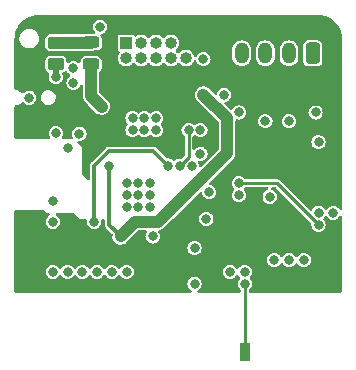
<source format=gbr>
%TF.GenerationSoftware,KiCad,Pcbnew,7.0.5*%
%TF.CreationDate,2023-08-24T03:33:07+02:00*%
%TF.ProjectId,Reader_Module,52656164-6572-45f4-9d6f-64756c652e6b,rev?*%
%TF.SameCoordinates,Original*%
%TF.FileFunction,Copper,L4,Bot*%
%TF.FilePolarity,Positive*%
%FSLAX46Y46*%
G04 Gerber Fmt 4.6, Leading zero omitted, Abs format (unit mm)*
G04 Created by KiCad (PCBNEW 7.0.5) date 2023-08-24 03:33:07*
%MOMM*%
%LPD*%
G01*
G04 APERTURE LIST*
G04 Aperture macros list*
%AMRoundRect*
0 Rectangle with rounded corners*
0 $1 Rounding radius*
0 $2 $3 $4 $5 $6 $7 $8 $9 X,Y pos of 4 corners*
0 Add a 4 corners polygon primitive as box body*
4,1,4,$2,$3,$4,$5,$6,$7,$8,$9,$2,$3,0*
0 Add four circle primitives for the rounded corners*
1,1,$1+$1,$2,$3*
1,1,$1+$1,$4,$5*
1,1,$1+$1,$6,$7*
1,1,$1+$1,$8,$9*
0 Add four rect primitives between the rounded corners*
20,1,$1+$1,$2,$3,$4,$5,0*
20,1,$1+$1,$4,$5,$6,$7,0*
20,1,$1+$1,$6,$7,$8,$9,0*
20,1,$1+$1,$8,$9,$2,$3,0*%
%AMFreePoly0*
4,1,5,0.400000,-0.750000,-0.400000,-0.750000,-0.400000,0.750000,0.400000,0.750000,0.400000,-0.750000,0.400000,-0.750000,$1*%
G04 Aperture macros list end*
%TA.AperFunction,ComponentPad*%
%ADD10RoundRect,0.250000X0.350000X0.650000X-0.350000X0.650000X-0.350000X-0.650000X0.350000X-0.650000X0*%
%TD*%
%TA.AperFunction,ComponentPad*%
%ADD11O,1.200000X1.800000*%
%TD*%
%TA.AperFunction,ComponentPad*%
%ADD12FreePoly0,0.000000*%
%TD*%
%TA.AperFunction,SMDPad,CuDef*%
%ADD13RoundRect,0.250000X-0.450000X0.262500X-0.450000X-0.262500X0.450000X-0.262500X0.450000X0.262500X0*%
%TD*%
%TA.AperFunction,ComponentPad*%
%ADD14R,1.000000X1.000000*%
%TD*%
%TA.AperFunction,ComponentPad*%
%ADD15O,1.000000X1.000000*%
%TD*%
%TA.AperFunction,SMDPad,CuDef*%
%ADD16RoundRect,0.243750X-0.456250X0.243750X-0.456250X-0.243750X0.456250X-0.243750X0.456250X0.243750X0*%
%TD*%
%TA.AperFunction,ViaPad*%
%ADD17C,0.800000*%
%TD*%
%TA.AperFunction,Conductor*%
%ADD18C,1.000000*%
%TD*%
%TA.AperFunction,Conductor*%
%ADD19C,0.250000*%
%TD*%
%TA.AperFunction,Conductor*%
%ADD20C,0.500000*%
%TD*%
%TA.AperFunction,Conductor*%
%ADD21C,0.300000*%
%TD*%
G04 APERTURE END LIST*
D10*
%TO.P,J2,1,Pin_1*%
%TO.N,GND*%
X133250000Y-65000000D03*
D11*
%TO.P,J2,2,Pin_2*%
%TO.N,/CAN/CAN_CON-*%
X131250000Y-65000000D03*
%TO.P,J2,3,Pin_3*%
%TO.N,/CAN/CAN_CON+*%
X129250000Y-65000000D03*
%TO.P,J2,4,Pin_4*%
%TO.N,/CAN/CONN_5V*%
X127250000Y-65000000D03*
%TD*%
D12*
%TO.P,AE1,2*%
%TO.N,GND*%
X127500000Y-90312500D03*
%TD*%
D13*
%TO.P,R2,1*%
%TO.N,Net-(D2-K)*%
X111500000Y-64087500D03*
%TO.P,R2,2*%
%TO.N,GND*%
X111500000Y-65912500D03*
%TD*%
D14*
%TO.P,J1,1,Pin_1*%
%TO.N,GND*%
X117450000Y-64125000D03*
D15*
%TO.P,J1,2,Pin_2*%
%TO.N,/MCU/NRST*%
X117450000Y-65395000D03*
%TO.P,J1,3,Pin_3*%
%TO.N,unconnected-(J1-Pin_3-Pad3)*%
X118720000Y-64125000D03*
%TO.P,J1,4,Pin_4*%
%TO.N,unconnected-(J1-Pin_4-Pad4)*%
X118720000Y-65395000D03*
%TO.P,J1,5,Pin_5*%
%TO.N,GND*%
X119990000Y-64125000D03*
%TO.P,J1,6,Pin_6*%
%TO.N,/MCU/SWO*%
X119990000Y-65395000D03*
%TO.P,J1,7,Pin_7*%
%TO.N,GND*%
X121260000Y-64125000D03*
%TO.P,J1,8,Pin_8*%
%TO.N,/MCU/SWCLK*%
X121260000Y-65395000D03*
%TO.P,J1,9,Pin_9*%
%TO.N,+3V3*%
X122530000Y-64125000D03*
%TO.P,J1,10,Pin_10*%
%TO.N,/MCU/SWDIO*%
X122530000Y-65395000D03*
%TD*%
D16*
%TO.P,D2,1,K*%
%TO.N,Net-(D2-K)*%
X114500000Y-64062500D03*
%TO.P,D2,2,A*%
%TO.N,/MCU/Strapping/DBG_LED*%
X114500000Y-65937500D03*
%TD*%
D17*
%TO.N,GND*%
X127000000Y-77000000D03*
X123750000Y-71500000D03*
X123012299Y-74512299D03*
X117500000Y-78000000D03*
X109250000Y-68750000D03*
X113750000Y-83500000D03*
X127500000Y-84500000D03*
X111500002Y-67000000D03*
X111250000Y-77500000D03*
X115000000Y-83500000D03*
X111500000Y-71750000D03*
X123250000Y-84500000D03*
X112500000Y-73000052D03*
X118500000Y-78000000D03*
X118000000Y-70500000D03*
X117500000Y-77000000D03*
X120000000Y-71500000D03*
X111250024Y-79250000D03*
X112500000Y-83500000D03*
X130000016Y-82500000D03*
X127500000Y-83500000D03*
X119000000Y-70500000D03*
X117500000Y-83500000D03*
X129615009Y-77135009D03*
X118000000Y-71500000D03*
X124500000Y-76750000D03*
X124000000Y-65500000D03*
X116250000Y-83500000D03*
X119700700Y-80500000D03*
X126250026Y-83500000D03*
X133500000Y-70000000D03*
X113500000Y-71800003D03*
X123750000Y-73500000D03*
X133762653Y-78487347D03*
X117500000Y-76000000D03*
X131250000Y-82500000D03*
X119500000Y-77000000D03*
X113000000Y-67500000D03*
X132500000Y-82500000D03*
X115250000Y-62750000D03*
X119000000Y-71500000D03*
X124250000Y-79000000D03*
X120000000Y-70500000D03*
X118500000Y-76000000D03*
X135000000Y-78500000D03*
X129250000Y-70750000D03*
X119500000Y-76000000D03*
X133750000Y-72520000D03*
X113000000Y-66250000D03*
X131250000Y-70750000D03*
X127000000Y-70000000D03*
X125750000Y-68500000D03*
X118500000Y-77000000D03*
X123250000Y-81500000D03*
X119500000Y-78000000D03*
X111250000Y-83500000D03*
%TO.N,+3V3*%
X109000000Y-80250000D03*
X110250000Y-81250000D03*
X114000000Y-62750000D03*
X113500000Y-70800000D03*
X123750000Y-72500000D03*
X133750000Y-75500000D03*
X135000000Y-72520000D03*
X113000000Y-68500000D03*
X135000000Y-75500000D03*
X110250000Y-79249998D03*
%TO.N,+5V*%
X116000000Y-74500000D03*
X117000000Y-80500000D03*
X124000000Y-68500000D03*
%TO.N,Net-(U2-R)*%
X133750000Y-79500000D03*
X127000000Y-76000000D03*
%TO.N,/TRF/VDD_X*%
X114750000Y-79250000D03*
X121000000Y-74500000D03*
%TO.N,/MCU/TRF_IRQ*%
X122750000Y-71500000D03*
X122000000Y-74500000D03*
%TO.N,/MCU/Strapping/DBG_LED*%
X115394298Y-69500000D03*
%TD*%
D18*
%TO.N,+5V*%
X118250000Y-79250000D02*
X117000000Y-80500000D01*
X126000000Y-73437500D02*
X120187500Y-79250000D01*
X126000000Y-70500000D02*
X126000000Y-73437500D01*
X120187500Y-79250000D02*
X118250000Y-79250000D01*
X124000000Y-68500000D02*
X126000000Y-70500000D01*
D19*
%TO.N,GND*%
X127500000Y-90312500D02*
X127500000Y-84500000D01*
D20*
X111500000Y-65912500D02*
X111500000Y-66999998D01*
X111500000Y-66999998D02*
X111500002Y-67000000D01*
D21*
%TO.N,+5V*%
X117000000Y-80500000D02*
X116000000Y-79500000D01*
X116000000Y-79500000D02*
X116000000Y-74500000D01*
D18*
%TO.N,Net-(D2-K)*%
X111500000Y-64087500D02*
X114475000Y-64087500D01*
X114475000Y-64087500D02*
X114500000Y-64062500D01*
D19*
%TO.N,Net-(U2-R)*%
X130250000Y-76000000D02*
X127000000Y-76000000D01*
X133750000Y-79500000D02*
X130250000Y-76000000D01*
D21*
%TO.N,/TRF/VDD_X*%
X119750000Y-73250000D02*
X121000000Y-74500000D01*
X116000000Y-73250000D02*
X119750000Y-73250000D01*
X114750000Y-74500000D02*
X116000000Y-73250000D01*
X114750000Y-79250000D02*
X114750000Y-74500000D01*
D19*
%TO.N,/MCU/TRF_IRQ*%
X122750000Y-73750000D02*
X122000000Y-74500000D01*
X122750000Y-71500000D02*
X122750000Y-73750000D01*
D18*
%TO.N,/MCU/Strapping/DBG_LED*%
X114500000Y-65937500D02*
X114500000Y-68605702D01*
X114500000Y-68605702D02*
X115394298Y-69500000D01*
%TD*%
%TA.AperFunction,Conductor*%
%TO.N,+3V3*%
G36*
X133752018Y-61750633D02*
G01*
X133935281Y-61762644D01*
X134006937Y-61767340D01*
X134014970Y-61768398D01*
X134249158Y-61814980D01*
X134263517Y-61817837D01*
X134271358Y-61819938D01*
X134340361Y-61843361D01*
X134511337Y-61901399D01*
X134518811Y-61904495D01*
X134746107Y-62016585D01*
X134753132Y-62020642D01*
X134963840Y-62161433D01*
X134970268Y-62166365D01*
X135147415Y-62321718D01*
X135160801Y-62333457D01*
X135166540Y-62339196D01*
X135333632Y-62529729D01*
X135338570Y-62536164D01*
X135479357Y-62746867D01*
X135483416Y-62753897D01*
X135586113Y-62962146D01*
X135595498Y-62981175D01*
X135598602Y-62988670D01*
X135615222Y-63037629D01*
X135680061Y-63228641D01*
X135682162Y-63236482D01*
X135731599Y-63485016D01*
X135732659Y-63493065D01*
X135749367Y-63747980D01*
X135749500Y-63752036D01*
X135749500Y-78125045D01*
X135729815Y-78192084D01*
X135677011Y-78237839D01*
X135607853Y-78247783D01*
X135544297Y-78218758D01*
X135527124Y-78200532D01*
X135476521Y-78134585D01*
X135428282Y-78071718D01*
X135302841Y-77975464D01*
X135156762Y-77914956D01*
X135156760Y-77914955D01*
X135000001Y-77894318D01*
X134999999Y-77894318D01*
X134843239Y-77914955D01*
X134843237Y-77914956D01*
X134697160Y-77975463D01*
X134697158Y-77975464D01*
X134697159Y-77975464D01*
X134571718Y-78071718D01*
X134533739Y-78121214D01*
X134484557Y-78185309D01*
X134428129Y-78226511D01*
X134358383Y-78230666D01*
X134297462Y-78196453D01*
X134287805Y-78185309D01*
X134210869Y-78085044D01*
X134190935Y-78059065D01*
X134065494Y-77962811D01*
X133919415Y-77902303D01*
X133919413Y-77902302D01*
X133762654Y-77881665D01*
X133762652Y-77881665D01*
X133605892Y-77902302D01*
X133605890Y-77902303D01*
X133459813Y-77962810D01*
X133334371Y-78059065D01*
X133238116Y-78184507D01*
X133208589Y-78255792D01*
X133164748Y-78310196D01*
X133098453Y-78332260D01*
X133030754Y-78314980D01*
X133006347Y-78296020D01*
X132407486Y-77697159D01*
X130492119Y-75781793D01*
X130488474Y-75777814D01*
X130462456Y-75746807D01*
X130462455Y-75746806D01*
X130451058Y-75740226D01*
X130427392Y-75726561D01*
X130422831Y-75723655D01*
X130407516Y-75712932D01*
X130389684Y-75700446D01*
X130389681Y-75700445D01*
X130384861Y-75698197D01*
X130368055Y-75691235D01*
X130363043Y-75689411D01*
X130323190Y-75682383D01*
X130317910Y-75681212D01*
X130278808Y-75670735D01*
X130243892Y-75673790D01*
X130238481Y-75674264D01*
X130233078Y-75674500D01*
X127568299Y-75674500D01*
X127501260Y-75654815D01*
X127469923Y-75625986D01*
X127428283Y-75571719D01*
X127424513Y-75568826D01*
X127302841Y-75475464D01*
X127156762Y-75414956D01*
X127156760Y-75414955D01*
X127000001Y-75394318D01*
X126999999Y-75394318D01*
X126843239Y-75414955D01*
X126843237Y-75414956D01*
X126697160Y-75475463D01*
X126571718Y-75571718D01*
X126475463Y-75697160D01*
X126414956Y-75843237D01*
X126414955Y-75843239D01*
X126394318Y-75999998D01*
X126394318Y-76000001D01*
X126414955Y-76156760D01*
X126414956Y-76156762D01*
X126475464Y-76302842D01*
X126568826Y-76424514D01*
X126594020Y-76489683D01*
X126579981Y-76558128D01*
X126568826Y-76575486D01*
X126475464Y-76697157D01*
X126414956Y-76843237D01*
X126414955Y-76843239D01*
X126394318Y-76999998D01*
X126394318Y-77000001D01*
X126414955Y-77156760D01*
X126414956Y-77156762D01*
X126470878Y-77291771D01*
X126475464Y-77302841D01*
X126571718Y-77428282D01*
X126697159Y-77524536D01*
X126843238Y-77585044D01*
X126921619Y-77595363D01*
X126999999Y-77605682D01*
X127000000Y-77605682D01*
X127000001Y-77605682D01*
X127052254Y-77598802D01*
X127156762Y-77585044D01*
X127302841Y-77524536D01*
X127428282Y-77428282D01*
X127524536Y-77302841D01*
X127585044Y-77156762D01*
X127605682Y-77000000D01*
X127602818Y-76978248D01*
X127585044Y-76843239D01*
X127585044Y-76843238D01*
X127524536Y-76697159D01*
X127524535Y-76697158D01*
X127524535Y-76697157D01*
X127431173Y-76575485D01*
X127405979Y-76510316D01*
X127420017Y-76441871D01*
X127431173Y-76424514D01*
X127469923Y-76374013D01*
X127526352Y-76332810D01*
X127568299Y-76325500D01*
X129376764Y-76325500D01*
X129443803Y-76345185D01*
X129489558Y-76397989D01*
X129499502Y-76467147D01*
X129470477Y-76530703D01*
X129424217Y-76564060D01*
X129396634Y-76575486D01*
X129312169Y-76610472D01*
X129186727Y-76706727D01*
X129090472Y-76832169D01*
X129029965Y-76978246D01*
X129029964Y-76978248D01*
X129009327Y-77135007D01*
X129009327Y-77135010D01*
X129029964Y-77291769D01*
X129029965Y-77291771D01*
X129084948Y-77424513D01*
X129090473Y-77437850D01*
X129186727Y-77563291D01*
X129312168Y-77659545D01*
X129458247Y-77720053D01*
X129536628Y-77730371D01*
X129615008Y-77740691D01*
X129615009Y-77740691D01*
X129615010Y-77740691D01*
X129667262Y-77733811D01*
X129771771Y-77720053D01*
X129917850Y-77659545D01*
X130043291Y-77563291D01*
X130139545Y-77437850D01*
X130200053Y-77291771D01*
X130217827Y-77156762D01*
X130220691Y-77135010D01*
X130220691Y-77135007D01*
X130202917Y-77000000D01*
X130200053Y-76978247D01*
X130139545Y-76832168D01*
X130043291Y-76706727D01*
X129917850Y-76610473D01*
X129805800Y-76564060D01*
X129751398Y-76520220D01*
X129729333Y-76453926D01*
X129746612Y-76386227D01*
X129797749Y-76338616D01*
X129853254Y-76325500D01*
X130063812Y-76325500D01*
X130130851Y-76345185D01*
X130151493Y-76361819D01*
X133117988Y-79328314D01*
X133151473Y-79389637D01*
X133153246Y-79432179D01*
X133144318Y-79499997D01*
X133144318Y-79500001D01*
X133164955Y-79656760D01*
X133164956Y-79656762D01*
X133206405Y-79756830D01*
X133225464Y-79802841D01*
X133321718Y-79928282D01*
X133447159Y-80024536D01*
X133593238Y-80085044D01*
X133647191Y-80092147D01*
X133749999Y-80105682D01*
X133750000Y-80105682D01*
X133750001Y-80105682D01*
X133802254Y-80098802D01*
X133906762Y-80085044D01*
X134052841Y-80024536D01*
X134178282Y-79928282D01*
X134274536Y-79802841D01*
X134335044Y-79656762D01*
X134355682Y-79500000D01*
X134335044Y-79343238D01*
X134274536Y-79197159D01*
X134182203Y-79076829D01*
X134157011Y-79011662D01*
X134171049Y-78943218D01*
X134186429Y-78922416D01*
X134185987Y-78922077D01*
X134215341Y-78883822D01*
X134278097Y-78802036D01*
X134334522Y-78760835D01*
X134404268Y-78756680D01*
X134465189Y-78790892D01*
X134474847Y-78802037D01*
X134475464Y-78802841D01*
X134571718Y-78928282D01*
X134697159Y-79024536D01*
X134843238Y-79085044D01*
X134905478Y-79093238D01*
X134999999Y-79105682D01*
X135000000Y-79105682D01*
X135000001Y-79105682D01*
X135094514Y-79093239D01*
X135156762Y-79085044D01*
X135302841Y-79024536D01*
X135428282Y-78928282D01*
X135524536Y-78802841D01*
X135524536Y-78802840D01*
X135527124Y-78799468D01*
X135583552Y-78758265D01*
X135653298Y-78754110D01*
X135714218Y-78788322D01*
X135746971Y-78850040D01*
X135749500Y-78874954D01*
X135749500Y-85126000D01*
X135729815Y-85193039D01*
X135677011Y-85238794D01*
X135625500Y-85250000D01*
X127949500Y-85250000D01*
X127882461Y-85230315D01*
X127836706Y-85177511D01*
X127825500Y-85126000D01*
X127825500Y-85068298D01*
X127845185Y-85001259D01*
X127874010Y-84969925D01*
X127928282Y-84928282D01*
X128024536Y-84802841D01*
X128085044Y-84656762D01*
X128105682Y-84500000D01*
X128085044Y-84343238D01*
X128024536Y-84197159D01*
X127931171Y-84075484D01*
X127905979Y-84010317D01*
X127920017Y-83941873D01*
X127931167Y-83924521D01*
X128024536Y-83802841D01*
X128085044Y-83656762D01*
X128105682Y-83500000D01*
X128085044Y-83343238D01*
X128024536Y-83197159D01*
X127928282Y-83071718D01*
X127802841Y-82975464D01*
X127656762Y-82914956D01*
X127656760Y-82914955D01*
X127500001Y-82894318D01*
X127499999Y-82894318D01*
X127343239Y-82914955D01*
X127343237Y-82914956D01*
X127197160Y-82975463D01*
X127197158Y-82975464D01*
X127197159Y-82975464D01*
X127071718Y-83071718D01*
X127071717Y-83071719D01*
X127071716Y-83071720D01*
X126973388Y-83199863D01*
X126916960Y-83241065D01*
X126847214Y-83245220D01*
X126786294Y-83211007D01*
X126776638Y-83199863D01*
X126688533Y-83085044D01*
X126678308Y-83071718D01*
X126552867Y-82975464D01*
X126406788Y-82914956D01*
X126406786Y-82914955D01*
X126250027Y-82894318D01*
X126250025Y-82894318D01*
X126093265Y-82914955D01*
X126093263Y-82914956D01*
X125947186Y-82975463D01*
X125821744Y-83071718D01*
X125725489Y-83197160D01*
X125664982Y-83343237D01*
X125664981Y-83343239D01*
X125644344Y-83499998D01*
X125644344Y-83500001D01*
X125664981Y-83656760D01*
X125664982Y-83656762D01*
X125725490Y-83802841D01*
X125821744Y-83928282D01*
X125947185Y-84024536D01*
X126093264Y-84085044D01*
X126171645Y-84095363D01*
X126250025Y-84105682D01*
X126250026Y-84105682D01*
X126250027Y-84105682D01*
X126302280Y-84098802D01*
X126406788Y-84085044D01*
X126552867Y-84024536D01*
X126678308Y-83928282D01*
X126774562Y-83802841D01*
X126774561Y-83802841D01*
X126776637Y-83800137D01*
X126833065Y-83758934D01*
X126902811Y-83754779D01*
X126963731Y-83788991D01*
X126973389Y-83800137D01*
X127068826Y-83924514D01*
X127094020Y-83989683D01*
X127079981Y-84058128D01*
X127068826Y-84075486D01*
X126975464Y-84197157D01*
X126914956Y-84343237D01*
X126914955Y-84343239D01*
X126894318Y-84499998D01*
X126894318Y-84500001D01*
X126914955Y-84656760D01*
X126914956Y-84656762D01*
X126975464Y-84802841D01*
X127071718Y-84928282D01*
X127125987Y-84969924D01*
X127167189Y-85026349D01*
X127174500Y-85068298D01*
X127174500Y-85126000D01*
X127154815Y-85193039D01*
X127102011Y-85238794D01*
X127050500Y-85250000D01*
X123624303Y-85250000D01*
X123557264Y-85230315D01*
X123511509Y-85177511D01*
X123501565Y-85108353D01*
X123530590Y-85044797D01*
X123548816Y-85027624D01*
X123552839Y-85024536D01*
X123552841Y-85024536D01*
X123678282Y-84928282D01*
X123774536Y-84802841D01*
X123835044Y-84656762D01*
X123855682Y-84500000D01*
X123835044Y-84343238D01*
X123774536Y-84197159D01*
X123678282Y-84071718D01*
X123552841Y-83975464D01*
X123406762Y-83914956D01*
X123406760Y-83914955D01*
X123250001Y-83894318D01*
X123249999Y-83894318D01*
X123093239Y-83914955D01*
X123093237Y-83914956D01*
X122947160Y-83975463D01*
X122821718Y-84071718D01*
X122725463Y-84197160D01*
X122664956Y-84343237D01*
X122664955Y-84343239D01*
X122644318Y-84499998D01*
X122644318Y-84500001D01*
X122664955Y-84656760D01*
X122664956Y-84656762D01*
X122725464Y-84802841D01*
X122821718Y-84928282D01*
X122947159Y-85024536D01*
X122947160Y-85024536D01*
X122951184Y-85027624D01*
X122992386Y-85084052D01*
X122996541Y-85153798D01*
X122962329Y-85214719D01*
X122900611Y-85247471D01*
X122875697Y-85250000D01*
X108124500Y-85250000D01*
X108057461Y-85230315D01*
X108011706Y-85177511D01*
X108000500Y-85126000D01*
X108000500Y-83500001D01*
X110644318Y-83500001D01*
X110664955Y-83656760D01*
X110664956Y-83656762D01*
X110725464Y-83802841D01*
X110821718Y-83928282D01*
X110947159Y-84024536D01*
X111093238Y-84085044D01*
X111171618Y-84095363D01*
X111249999Y-84105682D01*
X111250000Y-84105682D01*
X111250001Y-84105682D01*
X111302254Y-84098802D01*
X111406762Y-84085044D01*
X111552841Y-84024536D01*
X111678282Y-83928282D01*
X111774536Y-83802841D01*
X111774535Y-83802841D01*
X111776624Y-83800120D01*
X111833052Y-83758917D01*
X111902798Y-83754762D01*
X111963718Y-83788974D01*
X111973376Y-83800120D01*
X112071715Y-83928279D01*
X112071718Y-83928282D01*
X112197159Y-84024536D01*
X112343238Y-84085044D01*
X112421619Y-84095363D01*
X112499999Y-84105682D01*
X112500000Y-84105682D01*
X112500001Y-84105682D01*
X112552253Y-84098802D01*
X112656762Y-84085044D01*
X112802841Y-84024536D01*
X112928282Y-83928282D01*
X113024536Y-83802841D01*
X113024535Y-83802841D01*
X113026624Y-83800120D01*
X113083052Y-83758917D01*
X113152798Y-83754762D01*
X113213718Y-83788974D01*
X113223376Y-83800120D01*
X113321715Y-83928279D01*
X113321718Y-83928282D01*
X113447159Y-84024536D01*
X113593238Y-84085044D01*
X113671619Y-84095363D01*
X113749999Y-84105682D01*
X113750000Y-84105682D01*
X113750001Y-84105682D01*
X113802254Y-84098802D01*
X113906762Y-84085044D01*
X114052841Y-84024536D01*
X114178282Y-83928282D01*
X114274536Y-83802841D01*
X114274535Y-83802841D01*
X114276624Y-83800120D01*
X114333052Y-83758917D01*
X114402798Y-83754762D01*
X114463718Y-83788974D01*
X114473376Y-83800120D01*
X114571715Y-83928279D01*
X114571718Y-83928282D01*
X114697159Y-84024536D01*
X114843238Y-84085044D01*
X114921619Y-84095363D01*
X114999999Y-84105682D01*
X115000000Y-84105682D01*
X115000001Y-84105682D01*
X115052254Y-84098802D01*
X115156762Y-84085044D01*
X115302841Y-84024536D01*
X115428282Y-83928282D01*
X115524536Y-83802841D01*
X115524535Y-83802841D01*
X115526624Y-83800120D01*
X115583052Y-83758917D01*
X115652798Y-83754762D01*
X115713718Y-83788974D01*
X115723376Y-83800120D01*
X115821715Y-83928279D01*
X115821718Y-83928282D01*
X115947159Y-84024536D01*
X116093238Y-84085044D01*
X116171618Y-84095363D01*
X116249999Y-84105682D01*
X116250000Y-84105682D01*
X116250001Y-84105682D01*
X116302253Y-84098802D01*
X116406762Y-84085044D01*
X116552841Y-84024536D01*
X116678282Y-83928282D01*
X116774536Y-83802841D01*
X116774535Y-83802841D01*
X116776624Y-83800120D01*
X116833052Y-83758917D01*
X116902798Y-83754762D01*
X116963718Y-83788974D01*
X116973376Y-83800120D01*
X117071715Y-83928279D01*
X117071718Y-83928282D01*
X117197159Y-84024536D01*
X117343238Y-84085044D01*
X117421619Y-84095363D01*
X117499999Y-84105682D01*
X117500000Y-84105682D01*
X117500001Y-84105682D01*
X117552254Y-84098802D01*
X117656762Y-84085044D01*
X117802841Y-84024536D01*
X117928282Y-83928282D01*
X118024536Y-83802841D01*
X118085044Y-83656762D01*
X118105682Y-83500000D01*
X118085044Y-83343238D01*
X118024536Y-83197159D01*
X117928282Y-83071718D01*
X117802841Y-82975464D01*
X117656762Y-82914956D01*
X117656760Y-82914955D01*
X117500001Y-82894318D01*
X117499999Y-82894318D01*
X117343239Y-82914955D01*
X117343237Y-82914956D01*
X117197160Y-82975463D01*
X117071715Y-83071720D01*
X116973374Y-83199880D01*
X116916946Y-83241083D01*
X116847200Y-83245237D01*
X116786280Y-83211024D01*
X116776623Y-83199879D01*
X116678283Y-83071719D01*
X116616793Y-83024536D01*
X116552841Y-82975464D01*
X116406762Y-82914956D01*
X116406760Y-82914955D01*
X116250001Y-82894318D01*
X116249999Y-82894318D01*
X116093239Y-82914955D01*
X116093237Y-82914956D01*
X115947160Y-82975463D01*
X115821718Y-83071718D01*
X115723376Y-83199880D01*
X115666947Y-83241082D01*
X115597201Y-83245237D01*
X115536281Y-83211024D01*
X115526624Y-83199880D01*
X115454343Y-83105682D01*
X115428282Y-83071718D01*
X115302841Y-82975464D01*
X115156762Y-82914956D01*
X115156760Y-82914955D01*
X115000001Y-82894318D01*
X114999999Y-82894318D01*
X114843239Y-82914955D01*
X114843237Y-82914956D01*
X114697160Y-82975463D01*
X114571718Y-83071718D01*
X114473376Y-83199880D01*
X114416947Y-83241082D01*
X114347201Y-83245237D01*
X114286281Y-83211024D01*
X114276624Y-83199880D01*
X114204343Y-83105682D01*
X114178282Y-83071718D01*
X114052841Y-82975464D01*
X113906762Y-82914956D01*
X113906760Y-82914955D01*
X113750001Y-82894318D01*
X113749999Y-82894318D01*
X113593239Y-82914955D01*
X113593237Y-82914956D01*
X113447160Y-82975463D01*
X113321718Y-83071718D01*
X113223376Y-83199880D01*
X113166947Y-83241082D01*
X113097201Y-83245237D01*
X113036281Y-83211024D01*
X113026624Y-83199880D01*
X112954343Y-83105682D01*
X112928282Y-83071718D01*
X112802841Y-82975464D01*
X112656762Y-82914956D01*
X112656760Y-82914955D01*
X112500001Y-82894318D01*
X112499999Y-82894318D01*
X112343239Y-82914955D01*
X112343237Y-82914956D01*
X112197160Y-82975463D01*
X112071718Y-83071718D01*
X111973376Y-83199880D01*
X111916947Y-83241082D01*
X111847201Y-83245237D01*
X111786281Y-83211024D01*
X111776624Y-83199880D01*
X111704343Y-83105682D01*
X111678282Y-83071718D01*
X111552841Y-82975464D01*
X111406762Y-82914956D01*
X111406760Y-82914955D01*
X111250001Y-82894318D01*
X111249999Y-82894318D01*
X111093239Y-82914955D01*
X111093237Y-82914956D01*
X110947160Y-82975463D01*
X110821718Y-83071718D01*
X110725463Y-83197160D01*
X110664956Y-83343237D01*
X110664955Y-83343239D01*
X110644318Y-83499998D01*
X110644318Y-83500001D01*
X108000500Y-83500001D01*
X108000500Y-82500001D01*
X129394334Y-82500001D01*
X129414971Y-82656760D01*
X129414972Y-82656762D01*
X129474356Y-82800129D01*
X129475480Y-82802841D01*
X129571734Y-82928282D01*
X129697175Y-83024536D01*
X129843254Y-83085044D01*
X129921634Y-83095363D01*
X130000015Y-83105682D01*
X130000016Y-83105682D01*
X130000017Y-83105682D01*
X130052269Y-83098802D01*
X130156778Y-83085044D01*
X130302857Y-83024536D01*
X130428298Y-82928282D01*
X130524552Y-82802841D01*
X130524553Y-82802837D01*
X130526631Y-82800130D01*
X130583058Y-82758927D01*
X130652804Y-82754772D01*
X130713725Y-82788984D01*
X130723383Y-82800129D01*
X130725463Y-82802840D01*
X130725464Y-82802841D01*
X130821718Y-82928282D01*
X130947159Y-83024536D01*
X131093238Y-83085044D01*
X131171618Y-83095363D01*
X131249999Y-83105682D01*
X131250000Y-83105682D01*
X131250001Y-83105682D01*
X131302253Y-83098802D01*
X131406762Y-83085044D01*
X131552841Y-83024536D01*
X131678282Y-82928282D01*
X131774536Y-82802841D01*
X131774535Y-82802841D01*
X131776624Y-82800120D01*
X131833052Y-82758917D01*
X131902798Y-82754762D01*
X131963718Y-82788974D01*
X131973376Y-82800120D01*
X132061492Y-82914956D01*
X132071718Y-82928282D01*
X132197159Y-83024536D01*
X132343238Y-83085044D01*
X132421619Y-83095363D01*
X132499999Y-83105682D01*
X132500000Y-83105682D01*
X132500001Y-83105682D01*
X132552253Y-83098802D01*
X132656762Y-83085044D01*
X132802841Y-83024536D01*
X132928282Y-82928282D01*
X133024536Y-82802841D01*
X133085044Y-82656762D01*
X133105682Y-82500000D01*
X133085044Y-82343238D01*
X133024536Y-82197159D01*
X132928282Y-82071718D01*
X132802841Y-81975464D01*
X132656762Y-81914956D01*
X132656760Y-81914955D01*
X132500001Y-81894318D01*
X132499999Y-81894318D01*
X132343239Y-81914955D01*
X132343237Y-81914956D01*
X132197160Y-81975463D01*
X132071718Y-82071718D01*
X131973376Y-82199880D01*
X131916947Y-82241082D01*
X131847201Y-82245237D01*
X131786281Y-82211024D01*
X131776624Y-82199880D01*
X131704343Y-82105682D01*
X131678282Y-82071718D01*
X131552841Y-81975464D01*
X131406762Y-81914956D01*
X131406760Y-81914955D01*
X131250001Y-81894318D01*
X131249999Y-81894318D01*
X131093239Y-81914955D01*
X131093237Y-81914956D01*
X130947160Y-81975463D01*
X130821718Y-82071718D01*
X130723384Y-82199870D01*
X130666956Y-82241072D01*
X130597210Y-82245227D01*
X130536289Y-82211014D01*
X130526632Y-82199870D01*
X130454359Y-82105682D01*
X130428298Y-82071718D01*
X130302857Y-81975464D01*
X130156778Y-81914956D01*
X130156776Y-81914955D01*
X130000017Y-81894318D01*
X130000015Y-81894318D01*
X129843255Y-81914955D01*
X129843253Y-81914956D01*
X129697176Y-81975463D01*
X129571734Y-82071718D01*
X129475479Y-82197160D01*
X129414972Y-82343237D01*
X129414971Y-82343239D01*
X129394334Y-82499998D01*
X129394334Y-82500001D01*
X108000500Y-82500001D01*
X108000500Y-81500001D01*
X122644318Y-81500001D01*
X122664955Y-81656760D01*
X122664956Y-81656762D01*
X122725464Y-81802841D01*
X122821718Y-81928282D01*
X122947159Y-82024536D01*
X123093238Y-82085044D01*
X123171618Y-82095363D01*
X123249999Y-82105682D01*
X123250000Y-82105682D01*
X123250001Y-82105682D01*
X123302254Y-82098802D01*
X123406762Y-82085044D01*
X123552841Y-82024536D01*
X123678282Y-81928282D01*
X123774536Y-81802841D01*
X123835044Y-81656762D01*
X123855682Y-81500000D01*
X123835044Y-81343238D01*
X123774536Y-81197159D01*
X123678282Y-81071718D01*
X123552841Y-80975464D01*
X123406762Y-80914956D01*
X123406760Y-80914955D01*
X123250001Y-80894318D01*
X123249999Y-80894318D01*
X123093239Y-80914955D01*
X123093237Y-80914956D01*
X122947160Y-80975463D01*
X122821718Y-81071718D01*
X122725463Y-81197160D01*
X122664956Y-81343237D01*
X122664955Y-81343239D01*
X122644318Y-81499998D01*
X122644318Y-81500001D01*
X108000500Y-81500001D01*
X108000500Y-78374000D01*
X108020185Y-78306961D01*
X108072989Y-78261206D01*
X108124500Y-78250000D01*
X110448638Y-78250000D01*
X110515677Y-78269685D01*
X110536319Y-78286319D01*
X110750000Y-78500000D01*
X110875721Y-78500000D01*
X110942760Y-78519685D01*
X110988515Y-78572489D01*
X110998459Y-78641647D01*
X110969434Y-78705203D01*
X110951208Y-78722376D01*
X110947184Y-78725463D01*
X110947183Y-78725464D01*
X110850739Y-78799468D01*
X110821742Y-78821718D01*
X110725487Y-78947160D01*
X110664980Y-79093237D01*
X110664979Y-79093239D01*
X110644342Y-79249998D01*
X110644342Y-79250001D01*
X110664979Y-79406760D01*
X110664980Y-79406762D01*
X110703600Y-79500000D01*
X110725488Y-79552841D01*
X110821742Y-79678282D01*
X110947183Y-79774536D01*
X111093262Y-79835044D01*
X111171642Y-79845363D01*
X111250023Y-79855682D01*
X111250024Y-79855682D01*
X111250025Y-79855682D01*
X111302278Y-79848802D01*
X111406786Y-79835044D01*
X111552865Y-79774536D01*
X111678306Y-79678282D01*
X111774560Y-79552841D01*
X111835068Y-79406762D01*
X111855706Y-79250000D01*
X111848749Y-79197159D01*
X111835068Y-79093239D01*
X111835068Y-79093238D01*
X111774560Y-78947159D01*
X111678306Y-78821718D01*
X111552865Y-78725464D01*
X111552863Y-78725463D01*
X111548840Y-78722376D01*
X111507638Y-78665948D01*
X111503483Y-78596202D01*
X111537695Y-78535281D01*
X111599413Y-78502529D01*
X111624327Y-78500000D01*
X112948638Y-78500000D01*
X113015677Y-78519685D01*
X113036319Y-78536319D01*
X113500000Y-79000000D01*
X114035836Y-79000000D01*
X114102875Y-79019685D01*
X114148630Y-79072489D01*
X114158775Y-79140185D01*
X114144318Y-79249998D01*
X114144318Y-79250001D01*
X114164955Y-79406760D01*
X114164956Y-79406762D01*
X114203576Y-79500000D01*
X114225464Y-79552841D01*
X114321718Y-79678282D01*
X114447159Y-79774536D01*
X114593238Y-79835044D01*
X114671619Y-79845363D01*
X114749999Y-79855682D01*
X114750000Y-79855682D01*
X114750001Y-79855682D01*
X114802253Y-79848802D01*
X114906762Y-79835044D01*
X115052841Y-79774536D01*
X115178282Y-79678282D01*
X115274536Y-79552841D01*
X115335044Y-79406762D01*
X115355682Y-79250000D01*
X115348726Y-79197160D01*
X115341225Y-79140185D01*
X115351991Y-79071150D01*
X115398371Y-79018894D01*
X115464164Y-79000000D01*
X115525500Y-79000000D01*
X115592539Y-79019685D01*
X115638294Y-79072489D01*
X115649500Y-79124000D01*
X115649500Y-79450788D01*
X115646861Y-79476232D01*
X115644957Y-79485311D01*
X115644957Y-79485317D01*
X115649023Y-79517937D01*
X115649500Y-79525614D01*
X115649500Y-79529040D01*
X115652232Y-79545420D01*
X115652876Y-79549276D01*
X115653245Y-79551808D01*
X115659427Y-79601393D01*
X115661520Y-79608426D01*
X115663907Y-79615379D01*
X115663908Y-79615381D01*
X115671608Y-79629609D01*
X115687691Y-79659330D01*
X115688864Y-79661608D01*
X115710802Y-79706484D01*
X115710804Y-79706486D01*
X115715071Y-79712464D01*
X115719582Y-79718259D01*
X115756341Y-79752098D01*
X115758190Y-79753872D01*
X116275342Y-80271024D01*
X116308827Y-80332347D01*
X116309630Y-80381054D01*
X116295642Y-80457388D01*
X116295642Y-80457394D01*
X116305914Y-80627196D01*
X116356522Y-80789606D01*
X116440354Y-80928281D01*
X116444530Y-80935188D01*
X116564811Y-81055469D01*
X116564813Y-81055470D01*
X116564815Y-81055472D01*
X116710394Y-81143478D01*
X116872804Y-81194086D01*
X117042606Y-81204358D01*
X117209932Y-81173695D01*
X117365057Y-81103878D01*
X117465367Y-81025290D01*
X118503837Y-79986819D01*
X118565161Y-79953334D01*
X118591519Y-79950500D01*
X119113985Y-79950500D01*
X119181024Y-79970185D01*
X119226779Y-80022989D01*
X119236723Y-80092147D01*
X119212361Y-80149984D01*
X119184726Y-80186000D01*
X119176163Y-80197160D01*
X119115656Y-80343237D01*
X119115655Y-80343239D01*
X119095018Y-80499998D01*
X119095018Y-80500001D01*
X119115655Y-80656760D01*
X119115656Y-80656762D01*
X119176164Y-80802841D01*
X119272418Y-80928282D01*
X119397859Y-81024536D01*
X119543938Y-81085044D01*
X119622318Y-81095362D01*
X119700699Y-81105682D01*
X119700700Y-81105682D01*
X119700701Y-81105682D01*
X119752953Y-81098802D01*
X119857462Y-81085044D01*
X120003541Y-81024536D01*
X120128982Y-80928282D01*
X120225236Y-80802841D01*
X120285744Y-80656762D01*
X120306382Y-80500000D01*
X120285744Y-80343238D01*
X120225236Y-80197159D01*
X120185957Y-80145969D01*
X120160764Y-80080803D01*
X120174802Y-80012358D01*
X120223616Y-79962368D01*
X120261981Y-79948516D01*
X120291128Y-79943175D01*
X120294825Y-79942613D01*
X120312670Y-79940446D01*
X120356372Y-79935140D01*
X120365835Y-79931550D01*
X120387461Y-79925522D01*
X120388393Y-79925351D01*
X120397432Y-79923695D01*
X120454012Y-79898229D01*
X120457442Y-79896809D01*
X120515430Y-79874818D01*
X120523766Y-79869062D01*
X120543321Y-79858034D01*
X120552557Y-79853878D01*
X120601396Y-79815613D01*
X120604376Y-79813421D01*
X120655429Y-79778183D01*
X120696565Y-79731748D01*
X120699099Y-79729056D01*
X121428155Y-79000000D01*
X123644318Y-79000000D01*
X123664955Y-79156760D01*
X123664956Y-79156762D01*
X123703576Y-79250000D01*
X123725464Y-79302841D01*
X123821718Y-79428282D01*
X123947159Y-79524536D01*
X124093238Y-79585044D01*
X124171618Y-79595363D01*
X124249999Y-79605682D01*
X124250000Y-79605682D01*
X124250001Y-79605682D01*
X124302253Y-79598802D01*
X124406762Y-79585044D01*
X124552841Y-79524536D01*
X124678282Y-79428282D01*
X124774536Y-79302841D01*
X124835044Y-79156762D01*
X124855682Y-79000000D01*
X124848725Y-78947159D01*
X124835044Y-78843239D01*
X124835044Y-78843238D01*
X124774536Y-78697159D01*
X124678282Y-78571718D01*
X124552841Y-78475464D01*
X124406762Y-78414956D01*
X124406760Y-78414955D01*
X124250001Y-78394318D01*
X124249999Y-78394318D01*
X124093239Y-78414955D01*
X124093237Y-78414956D01*
X123947160Y-78475463D01*
X123821718Y-78571718D01*
X123725463Y-78697160D01*
X123664956Y-78843237D01*
X123664955Y-78843239D01*
X123644318Y-78999998D01*
X123644318Y-79000000D01*
X121428155Y-79000000D01*
X123691372Y-76736783D01*
X123752693Y-76703300D01*
X123822385Y-76708284D01*
X123878318Y-76750156D01*
X123901990Y-76808280D01*
X123914956Y-76906760D01*
X123914956Y-76906762D01*
X123953576Y-77000000D01*
X123975464Y-77052841D01*
X124071718Y-77178282D01*
X124197159Y-77274536D01*
X124343238Y-77335044D01*
X124405478Y-77343238D01*
X124499999Y-77355682D01*
X124500000Y-77355682D01*
X124500001Y-77355682D01*
X124552254Y-77348802D01*
X124656762Y-77335044D01*
X124802841Y-77274536D01*
X124928282Y-77178282D01*
X125024536Y-77052841D01*
X125085044Y-76906762D01*
X125098802Y-76802254D01*
X125105682Y-76750001D01*
X125105682Y-76749998D01*
X125085044Y-76593239D01*
X125085044Y-76593238D01*
X125024536Y-76447159D01*
X124928282Y-76321718D01*
X124802841Y-76225464D01*
X124656762Y-76164956D01*
X124640529Y-76162818D01*
X124558280Y-76151990D01*
X124494383Y-76123723D01*
X124455913Y-76065398D01*
X124455082Y-75995533D01*
X124486783Y-75941372D01*
X126479056Y-73949099D01*
X126481748Y-73946565D01*
X126528183Y-73905429D01*
X126563427Y-73854366D01*
X126565617Y-73851390D01*
X126603877Y-73802557D01*
X126608029Y-73793328D01*
X126619062Y-73773768D01*
X126619419Y-73773250D01*
X126624818Y-73765430D01*
X126646812Y-73707433D01*
X126648231Y-73704005D01*
X126673694Y-73647432D01*
X126675520Y-73637465D01*
X126681548Y-73615840D01*
X126685140Y-73606372D01*
X126692615Y-73544809D01*
X126693179Y-73541105D01*
X126700711Y-73500000D01*
X126704357Y-73480106D01*
X126701225Y-73428334D01*
X126700613Y-73418207D01*
X126700500Y-73414463D01*
X126700500Y-72520001D01*
X133144318Y-72520001D01*
X133164955Y-72676760D01*
X133164956Y-72676762D01*
X133225464Y-72822841D01*
X133321718Y-72948282D01*
X133447159Y-73044536D01*
X133593238Y-73105044D01*
X133660765Y-73113934D01*
X133749999Y-73125682D01*
X133750000Y-73125682D01*
X133750001Y-73125682D01*
X133839235Y-73113934D01*
X133906762Y-73105044D01*
X134052841Y-73044536D01*
X134178282Y-72948282D01*
X134274536Y-72822841D01*
X134335044Y-72676762D01*
X134355682Y-72520000D01*
X134335044Y-72363238D01*
X134274536Y-72217159D01*
X134178282Y-72091718D01*
X134052841Y-71995464D01*
X133959413Y-71956765D01*
X133906762Y-71934956D01*
X133906760Y-71934955D01*
X133750001Y-71914318D01*
X133749999Y-71914318D01*
X133593239Y-71934955D01*
X133593237Y-71934956D01*
X133447160Y-71995463D01*
X133321718Y-72091718D01*
X133225463Y-72217160D01*
X133164956Y-72363237D01*
X133164955Y-72363239D01*
X133144318Y-72519998D01*
X133144318Y-72520001D01*
X126700500Y-72520001D01*
X126700500Y-70750001D01*
X128644318Y-70750001D01*
X128664955Y-70906760D01*
X128664956Y-70906762D01*
X128703576Y-71000000D01*
X128725464Y-71052841D01*
X128821718Y-71178282D01*
X128947159Y-71274536D01*
X129093238Y-71335044D01*
X129155478Y-71343238D01*
X129249999Y-71355682D01*
X129250000Y-71355682D01*
X129250001Y-71355682D01*
X129344514Y-71343239D01*
X129406762Y-71335044D01*
X129552841Y-71274536D01*
X129678282Y-71178282D01*
X129774536Y-71052841D01*
X129835044Y-70906762D01*
X129855682Y-70750001D01*
X130644318Y-70750001D01*
X130664955Y-70906760D01*
X130664956Y-70906762D01*
X130703576Y-71000000D01*
X130725464Y-71052841D01*
X130821718Y-71178282D01*
X130947159Y-71274536D01*
X131093238Y-71335044D01*
X131155478Y-71343238D01*
X131249999Y-71355682D01*
X131250000Y-71355682D01*
X131250001Y-71355682D01*
X131344514Y-71343239D01*
X131406762Y-71335044D01*
X131552841Y-71274536D01*
X131678282Y-71178282D01*
X131774536Y-71052841D01*
X131835044Y-70906762D01*
X131855682Y-70750000D01*
X131835044Y-70593238D01*
X131774536Y-70447159D01*
X131678282Y-70321718D01*
X131552841Y-70225464D01*
X131501884Y-70204357D01*
X131406762Y-70164956D01*
X131406760Y-70164955D01*
X131250001Y-70144318D01*
X131249999Y-70144318D01*
X131093239Y-70164955D01*
X131093237Y-70164956D01*
X130947160Y-70225463D01*
X130821718Y-70321718D01*
X130725463Y-70447160D01*
X130664956Y-70593237D01*
X130664955Y-70593239D01*
X130644318Y-70749998D01*
X130644318Y-70750001D01*
X129855682Y-70750001D01*
X129855682Y-70750000D01*
X129835044Y-70593238D01*
X129774536Y-70447159D01*
X129678282Y-70321718D01*
X129552841Y-70225464D01*
X129501884Y-70204357D01*
X129406762Y-70164956D01*
X129406760Y-70164955D01*
X129250001Y-70144318D01*
X129249999Y-70144318D01*
X129093239Y-70164955D01*
X129093237Y-70164956D01*
X128947160Y-70225463D01*
X128821718Y-70321718D01*
X128725463Y-70447160D01*
X128664956Y-70593237D01*
X128664955Y-70593239D01*
X128644318Y-70749998D01*
X128644318Y-70750001D01*
X126700500Y-70750001D01*
X126700500Y-70707646D01*
X126720185Y-70640607D01*
X126772989Y-70594852D01*
X126840686Y-70584707D01*
X126843234Y-70585042D01*
X126843238Y-70585044D01*
X127000000Y-70605682D01*
X127000001Y-70605682D01*
X127094514Y-70593239D01*
X127156762Y-70585044D01*
X127302841Y-70524536D01*
X127428282Y-70428282D01*
X127524536Y-70302841D01*
X127585044Y-70156762D01*
X127605682Y-70000001D01*
X132894318Y-70000001D01*
X132914955Y-70156760D01*
X132914956Y-70156762D01*
X132934670Y-70204357D01*
X132975464Y-70302841D01*
X133071718Y-70428282D01*
X133197159Y-70524536D01*
X133343238Y-70585044D01*
X133405478Y-70593238D01*
X133499999Y-70605682D01*
X133500000Y-70605682D01*
X133500001Y-70605682D01*
X133594514Y-70593239D01*
X133656762Y-70585044D01*
X133802841Y-70524536D01*
X133928282Y-70428282D01*
X134024536Y-70302841D01*
X134085044Y-70156762D01*
X134105682Y-70000000D01*
X134085044Y-69843238D01*
X134024536Y-69697159D01*
X133928282Y-69571718D01*
X133802841Y-69475464D01*
X133759216Y-69457394D01*
X133656762Y-69414956D01*
X133656760Y-69414955D01*
X133500001Y-69394318D01*
X133499999Y-69394318D01*
X133343239Y-69414955D01*
X133343237Y-69414956D01*
X133197160Y-69475463D01*
X133071718Y-69571718D01*
X132975463Y-69697160D01*
X132914956Y-69843237D01*
X132914955Y-69843239D01*
X132894318Y-69999998D01*
X132894318Y-70000001D01*
X127605682Y-70000001D01*
X127605682Y-70000000D01*
X127585044Y-69843238D01*
X127524536Y-69697159D01*
X127428282Y-69571718D01*
X127302841Y-69475464D01*
X127259216Y-69457394D01*
X127156762Y-69414956D01*
X127156760Y-69414955D01*
X127000001Y-69394318D01*
X126999999Y-69394318D01*
X126843239Y-69414955D01*
X126843237Y-69414956D01*
X126697160Y-69475463D01*
X126571718Y-69571718D01*
X126475462Y-69697161D01*
X126462230Y-69729106D01*
X126418388Y-69783509D01*
X126352093Y-69805572D01*
X126284394Y-69788291D01*
X126259989Y-69769332D01*
X125792015Y-69301358D01*
X125758530Y-69240035D01*
X125763514Y-69170343D01*
X125805386Y-69114410D01*
X125863510Y-69090738D01*
X125906762Y-69085044D01*
X126052841Y-69024536D01*
X126178282Y-68928282D01*
X126274536Y-68802841D01*
X126335044Y-68656762D01*
X126355682Y-68500000D01*
X126354324Y-68489687D01*
X126341923Y-68395491D01*
X126335044Y-68343238D01*
X126274536Y-68197159D01*
X126178282Y-68071718D01*
X126052841Y-67975464D01*
X125906762Y-67914956D01*
X125906760Y-67914955D01*
X125750001Y-67894318D01*
X125749999Y-67894318D01*
X125593239Y-67914955D01*
X125593237Y-67914956D01*
X125447160Y-67975463D01*
X125321718Y-68071718D01*
X125225463Y-68197160D01*
X125173869Y-68321719D01*
X125164956Y-68343238D01*
X125161064Y-68372805D01*
X125159262Y-68386489D01*
X125130995Y-68450385D01*
X125072671Y-68488856D01*
X125002806Y-68489687D01*
X124948642Y-68457984D01*
X124465370Y-67974712D01*
X124406105Y-67928281D01*
X124365057Y-67896122D01*
X124277071Y-67856522D01*
X124209935Y-67826306D01*
X124209931Y-67826304D01*
X124042607Y-67795642D01*
X124042603Y-67795642D01*
X123923652Y-67802838D01*
X123872804Y-67805914D01*
X123791598Y-67831217D01*
X123710393Y-67856522D01*
X123564811Y-67944530D01*
X123444530Y-68064811D01*
X123356522Y-68210393D01*
X123356522Y-68210394D01*
X123312440Y-68351863D01*
X123305914Y-68372805D01*
X123295642Y-68542603D01*
X123295642Y-68542605D01*
X123326304Y-68709931D01*
X123326306Y-68709935D01*
X123368120Y-68802841D01*
X123396122Y-68865057D01*
X123401712Y-68872192D01*
X123474712Y-68965370D01*
X125263180Y-70753837D01*
X125296665Y-70815160D01*
X125299499Y-70841518D01*
X125299499Y-73095981D01*
X125279814Y-73163020D01*
X125263180Y-73183662D01*
X124393837Y-74053005D01*
X124332514Y-74086490D01*
X124330892Y-74086374D01*
X124315469Y-74129279D01*
X124303005Y-74143837D01*
X123828286Y-74618556D01*
X123766963Y-74652041D01*
X123697271Y-74647057D01*
X123641338Y-74605185D01*
X123616921Y-74539721D01*
X123617665Y-74514693D01*
X123617981Y-74512299D01*
X123597343Y-74355537D01*
X123561264Y-74268436D01*
X123553796Y-74198970D01*
X123585071Y-74136491D01*
X123645159Y-74100838D01*
X123692008Y-74098047D01*
X123750000Y-74105682D01*
X123906762Y-74085044D01*
X124052841Y-74024536D01*
X124139839Y-73957780D01*
X124190279Y-73938279D01*
X124197324Y-73905897D01*
X124207776Y-73889843D01*
X124274536Y-73802841D01*
X124335044Y-73656762D01*
X124355682Y-73500000D01*
X124335044Y-73343238D01*
X124274536Y-73197159D01*
X124178282Y-73071718D01*
X124052841Y-72975464D01*
X124038645Y-72969584D01*
X123906762Y-72914956D01*
X123906760Y-72914955D01*
X123750001Y-72894318D01*
X123749999Y-72894318D01*
X123593239Y-72914955D01*
X123593237Y-72914956D01*
X123447160Y-72975463D01*
X123392906Y-73017094D01*
X123357143Y-73044536D01*
X123321717Y-73071719D01*
X123297875Y-73102791D01*
X123241447Y-73143993D01*
X123171701Y-73148147D01*
X123110781Y-73113934D01*
X123078028Y-73052216D01*
X123075500Y-73027303D01*
X123075500Y-72068298D01*
X123095185Y-72001259D01*
X123124010Y-71969925D01*
X123174515Y-71931171D01*
X123239682Y-71905979D01*
X123308127Y-71920018D01*
X123325485Y-71931173D01*
X123447157Y-72024535D01*
X123447158Y-72024535D01*
X123447159Y-72024536D01*
X123593238Y-72085044D01*
X123671619Y-72095363D01*
X123749999Y-72105682D01*
X123750000Y-72105682D01*
X123750001Y-72105682D01*
X123802254Y-72098802D01*
X123906762Y-72085044D01*
X124052841Y-72024536D01*
X124178282Y-71928282D01*
X124274536Y-71802841D01*
X124335044Y-71656762D01*
X124355682Y-71500000D01*
X124355308Y-71497162D01*
X124335044Y-71343239D01*
X124335044Y-71343238D01*
X124274536Y-71197159D01*
X124178282Y-71071718D01*
X124052841Y-70975464D01*
X123906762Y-70914956D01*
X123906760Y-70914955D01*
X123750001Y-70894318D01*
X123749999Y-70894318D01*
X123593239Y-70914955D01*
X123593237Y-70914956D01*
X123447157Y-70975464D01*
X123325486Y-71068826D01*
X123260317Y-71094020D01*
X123191872Y-71079981D01*
X123174514Y-71068826D01*
X123052842Y-70975464D01*
X122906762Y-70914956D01*
X122906760Y-70914955D01*
X122750001Y-70894318D01*
X122749999Y-70894318D01*
X122593239Y-70914955D01*
X122593237Y-70914956D01*
X122447160Y-70975463D01*
X122321718Y-71071718D01*
X122225463Y-71197160D01*
X122164956Y-71343237D01*
X122164955Y-71343239D01*
X122144318Y-71499998D01*
X122144318Y-71500001D01*
X122164955Y-71656760D01*
X122164956Y-71656762D01*
X122224287Y-71800001D01*
X122225464Y-71802841D01*
X122321718Y-71928282D01*
X122375987Y-71969924D01*
X122417189Y-72026349D01*
X122424500Y-72068298D01*
X122424500Y-73563811D01*
X122404815Y-73630850D01*
X122388181Y-73651492D01*
X122171684Y-73867988D01*
X122110361Y-73901473D01*
X122067818Y-73903246D01*
X122000001Y-73894318D01*
X121999999Y-73894318D01*
X121843239Y-73914955D01*
X121843237Y-73914956D01*
X121697157Y-73975464D01*
X121575486Y-74068826D01*
X121510317Y-74094020D01*
X121441872Y-74079981D01*
X121424514Y-74068826D01*
X121302842Y-73975464D01*
X121156762Y-73914956D01*
X121156760Y-73914955D01*
X121000002Y-73894318D01*
X120999998Y-73894318D01*
X120963422Y-73899133D01*
X120894387Y-73888367D01*
X120859557Y-73863875D01*
X120032637Y-73036955D01*
X120016511Y-73017098D01*
X120011437Y-73009331D01*
X119985487Y-72989133D01*
X119979741Y-72984059D01*
X119977307Y-72981625D01*
X119960609Y-72969703D01*
X119958555Y-72968171D01*
X119920169Y-72938295D01*
X119919126Y-72937483D01*
X119919124Y-72937482D01*
X119912648Y-72933977D01*
X119906066Y-72930759D01*
X119858182Y-72916503D01*
X119855743Y-72915722D01*
X119808484Y-72899498D01*
X119801269Y-72898294D01*
X119793953Y-72897382D01*
X119745139Y-72899401D01*
X119744049Y-72899447D01*
X119741489Y-72899500D01*
X116049211Y-72899500D01*
X116023765Y-72896861D01*
X116014685Y-72894957D01*
X116014684Y-72894957D01*
X116014682Y-72894957D01*
X115982061Y-72899023D01*
X115974385Y-72899500D01*
X115970960Y-72899500D01*
X115965754Y-72900368D01*
X115950700Y-72902879D01*
X115948171Y-72903247D01*
X115898608Y-72909426D01*
X115891570Y-72911521D01*
X115884617Y-72913908D01*
X115840687Y-72937682D01*
X115838411Y-72938853D01*
X115793513Y-72960803D01*
X115787566Y-72965048D01*
X115781739Y-72969584D01*
X115747913Y-73006329D01*
X115746139Y-73008177D01*
X114536955Y-74217361D01*
X114517106Y-74233482D01*
X114509331Y-74238562D01*
X114489143Y-74264498D01*
X114484067Y-74270248D01*
X114481634Y-74272681D01*
X114481624Y-74272694D01*
X114469695Y-74289401D01*
X114468164Y-74291453D01*
X114437483Y-74330872D01*
X114433975Y-74337353D01*
X114430761Y-74343931D01*
X114416506Y-74391809D01*
X114415725Y-74394246D01*
X114399499Y-74441512D01*
X114398294Y-74448733D01*
X114397382Y-74456046D01*
X114399447Y-74505948D01*
X114399500Y-74508510D01*
X114399500Y-75600138D01*
X114379815Y-75667177D01*
X114327011Y-75712932D01*
X114257853Y-75722876D01*
X114194297Y-75693851D01*
X114187819Y-75687819D01*
X113786319Y-75286319D01*
X113752834Y-75224996D01*
X113750000Y-75198638D01*
X113750000Y-73000000D01*
X113361782Y-72611782D01*
X113328297Y-72550459D01*
X113333281Y-72480767D01*
X113375153Y-72424834D01*
X113440617Y-72400417D01*
X113465642Y-72401161D01*
X113500000Y-72405685D01*
X113656762Y-72385047D01*
X113802841Y-72324539D01*
X113928282Y-72228285D01*
X114024536Y-72102844D01*
X114085044Y-71956765D01*
X114105682Y-71800003D01*
X114085044Y-71643241D01*
X114025712Y-71500001D01*
X117394318Y-71500001D01*
X117414955Y-71656760D01*
X117414956Y-71656762D01*
X117474287Y-71800001D01*
X117475464Y-71802841D01*
X117571718Y-71928282D01*
X117697159Y-72024536D01*
X117843238Y-72085044D01*
X117921619Y-72095363D01*
X117999999Y-72105682D01*
X118000000Y-72105682D01*
X118000001Y-72105682D01*
X118052254Y-72098802D01*
X118156762Y-72085044D01*
X118302841Y-72024536D01*
X118424515Y-71931171D01*
X118489683Y-71905979D01*
X118558127Y-71920017D01*
X118575478Y-71931167D01*
X118697159Y-72024536D01*
X118843238Y-72085044D01*
X118921619Y-72095363D01*
X118999999Y-72105682D01*
X119000000Y-72105682D01*
X119000001Y-72105682D01*
X119052253Y-72098802D01*
X119156762Y-72085044D01*
X119302841Y-72024536D01*
X119424515Y-71931171D01*
X119489683Y-71905979D01*
X119558127Y-71920017D01*
X119575478Y-71931167D01*
X119697159Y-72024536D01*
X119843238Y-72085044D01*
X119921619Y-72095363D01*
X119999999Y-72105682D01*
X120000000Y-72105682D01*
X120000001Y-72105682D01*
X120052254Y-72098802D01*
X120156762Y-72085044D01*
X120302841Y-72024536D01*
X120428282Y-71928282D01*
X120524536Y-71802841D01*
X120585044Y-71656762D01*
X120605682Y-71500000D01*
X120605308Y-71497162D01*
X120585044Y-71343239D01*
X120585044Y-71343238D01*
X120524536Y-71197159D01*
X120431171Y-71075484D01*
X120405979Y-71010317D01*
X120420017Y-70941873D01*
X120431167Y-70924521D01*
X120524536Y-70802841D01*
X120585044Y-70656762D01*
X120605682Y-70500000D01*
X120598725Y-70447159D01*
X120585044Y-70343239D01*
X120585044Y-70343238D01*
X120524536Y-70197159D01*
X120428282Y-70071718D01*
X120302841Y-69975464D01*
X120156762Y-69914956D01*
X120156760Y-69914955D01*
X120000001Y-69894318D01*
X119999999Y-69894318D01*
X119843239Y-69914955D01*
X119843237Y-69914956D01*
X119697157Y-69975464D01*
X119575486Y-70068826D01*
X119510317Y-70094020D01*
X119441872Y-70079981D01*
X119424514Y-70068826D01*
X119302842Y-69975464D01*
X119156762Y-69914956D01*
X119156760Y-69914955D01*
X119000001Y-69894318D01*
X118999999Y-69894318D01*
X118843239Y-69914955D01*
X118843237Y-69914956D01*
X118697157Y-69975464D01*
X118575486Y-70068826D01*
X118510317Y-70094020D01*
X118441872Y-70079981D01*
X118424514Y-70068826D01*
X118302842Y-69975464D01*
X118156762Y-69914956D01*
X118156760Y-69914955D01*
X118000001Y-69894318D01*
X117999999Y-69894318D01*
X117843239Y-69914955D01*
X117843237Y-69914956D01*
X117697160Y-69975463D01*
X117571718Y-70071718D01*
X117475463Y-70197160D01*
X117414956Y-70343237D01*
X117414955Y-70343239D01*
X117394318Y-70499998D01*
X117394318Y-70500001D01*
X117414955Y-70656760D01*
X117414956Y-70656762D01*
X117475464Y-70802842D01*
X117568826Y-70924514D01*
X117594020Y-70989683D01*
X117579981Y-71058128D01*
X117568826Y-71075486D01*
X117475464Y-71197157D01*
X117414956Y-71343237D01*
X117414955Y-71343239D01*
X117394318Y-71499998D01*
X117394318Y-71500001D01*
X114025712Y-71500001D01*
X114024536Y-71497162D01*
X113928282Y-71371721D01*
X113802841Y-71275467D01*
X113800593Y-71274536D01*
X113656762Y-71214959D01*
X113656760Y-71214958D01*
X113500001Y-71194321D01*
X113499999Y-71194321D01*
X113343239Y-71214958D01*
X113343237Y-71214959D01*
X113197160Y-71275466D01*
X113071718Y-71371721D01*
X112975463Y-71497163D01*
X112914956Y-71643240D01*
X112914955Y-71643242D01*
X112894318Y-71800001D01*
X112894318Y-71800004D01*
X112914955Y-71956763D01*
X112914956Y-71956765D01*
X112958103Y-72060932D01*
X112965400Y-72078547D01*
X112972869Y-72148017D01*
X112941594Y-72210496D01*
X112881505Y-72246148D01*
X112850839Y-72250000D01*
X112124698Y-72250000D01*
X112057659Y-72230315D01*
X112011904Y-72177511D01*
X112001960Y-72108353D01*
X112022003Y-72060765D01*
X112020472Y-72059881D01*
X112024534Y-72052843D01*
X112024536Y-72052841D01*
X112085044Y-71906762D01*
X112105682Y-71750000D01*
X112085044Y-71593238D01*
X112024536Y-71447159D01*
X111928282Y-71321718D01*
X111802841Y-71225464D01*
X111777477Y-71214958D01*
X111656762Y-71164956D01*
X111656760Y-71164955D01*
X111500001Y-71144318D01*
X111499999Y-71144318D01*
X111343239Y-71164955D01*
X111343237Y-71164956D01*
X111197160Y-71225463D01*
X111071718Y-71321718D01*
X110975463Y-71447160D01*
X110914956Y-71593237D01*
X110914955Y-71593239D01*
X110894318Y-71749998D01*
X110894318Y-71750001D01*
X110914955Y-71906760D01*
X110914956Y-71906762D01*
X110923869Y-71928281D01*
X110975465Y-72052843D01*
X110979528Y-72059881D01*
X110977706Y-72060932D01*
X110998872Y-72115686D01*
X110984832Y-72184130D01*
X110936017Y-72234119D01*
X110875302Y-72250000D01*
X108124500Y-72250000D01*
X108057461Y-72230315D01*
X108011706Y-72177511D01*
X108000500Y-72126000D01*
X108000500Y-69499500D01*
X108020185Y-69432461D01*
X108072989Y-69386706D01*
X108124500Y-69375500D01*
X108164348Y-69375500D01*
X108164350Y-69375500D01*
X108164355Y-69375499D01*
X108164359Y-69375499D01*
X108177088Y-69373890D01*
X108281792Y-69360664D01*
X108428732Y-69302486D01*
X108445824Y-69290068D01*
X108556583Y-69209597D01*
X108556584Y-69209596D01*
X108556583Y-69209596D01*
X108556587Y-69209594D01*
X108607412Y-69148156D01*
X108665309Y-69109050D01*
X108735161Y-69107454D01*
X108794787Y-69143875D01*
X108801329Y-69151711D01*
X108821715Y-69178279D01*
X108821716Y-69178280D01*
X108821718Y-69178282D01*
X108947159Y-69274536D01*
X109093238Y-69335044D01*
X109102004Y-69336198D01*
X109249999Y-69355682D01*
X109250000Y-69355682D01*
X109250001Y-69355682D01*
X109302253Y-69348802D01*
X109406762Y-69335044D01*
X109552841Y-69274536D01*
X109678282Y-69178282D01*
X109774536Y-69052841D01*
X109835044Y-68906762D01*
X109855682Y-68750000D01*
X109850470Y-68710415D01*
X110245773Y-68710415D01*
X110255696Y-68868137D01*
X110255696Y-68868140D01*
X110280614Y-68944828D01*
X110304533Y-69018441D01*
X110389214Y-69151877D01*
X110504418Y-69260062D01*
X110504420Y-69260063D01*
X110504422Y-69260065D01*
X110642904Y-69336195D01*
X110642908Y-69336197D01*
X110795981Y-69375500D01*
X110795984Y-69375500D01*
X110914348Y-69375500D01*
X110914350Y-69375500D01*
X110914355Y-69375499D01*
X110914359Y-69375499D01*
X110927088Y-69373890D01*
X111031792Y-69360664D01*
X111178732Y-69302486D01*
X111195824Y-69290068D01*
X111306583Y-69209597D01*
X111306584Y-69209596D01*
X111306583Y-69209596D01*
X111306587Y-69209594D01*
X111407324Y-69087823D01*
X111474614Y-68944826D01*
X111504227Y-68789588D01*
X111494304Y-68631862D01*
X111445467Y-68481559D01*
X111360786Y-68348123D01*
X111245582Y-68239938D01*
X111245579Y-68239936D01*
X111245577Y-68239934D01*
X111107095Y-68163804D01*
X111107087Y-68163801D01*
X110954021Y-68124500D01*
X110954019Y-68124500D01*
X110835650Y-68124500D01*
X110835640Y-68124500D01*
X110718208Y-68139336D01*
X110718206Y-68139336D01*
X110571269Y-68197513D01*
X110571260Y-68197518D01*
X110443416Y-68290402D01*
X110443415Y-68290403D01*
X110342674Y-68412178D01*
X110275387Y-68555171D01*
X110275385Y-68555174D01*
X110260757Y-68631862D01*
X110245773Y-68710412D01*
X110245773Y-68710414D01*
X110245773Y-68710415D01*
X109850470Y-68710415D01*
X109850407Y-68709935D01*
X109840129Y-68631862D01*
X109835044Y-68593238D01*
X109774536Y-68447159D01*
X109678282Y-68321718D01*
X109552841Y-68225464D01*
X109516456Y-68210393D01*
X109406762Y-68164956D01*
X109406760Y-68164955D01*
X109250001Y-68144318D01*
X109249999Y-68144318D01*
X109093239Y-68164955D01*
X109093237Y-68164956D01*
X108947160Y-68225463D01*
X108821717Y-68321719D01*
X108804434Y-68344243D01*
X108748005Y-68385445D01*
X108678259Y-68389599D01*
X108617339Y-68355385D01*
X108610934Y-68348262D01*
X108549320Y-68290402D01*
X108495582Y-68239938D01*
X108495579Y-68239936D01*
X108495577Y-68239934D01*
X108357095Y-68163804D01*
X108357087Y-68163801D01*
X108204021Y-68124500D01*
X108204019Y-68124500D01*
X108124500Y-68124500D01*
X108057461Y-68104815D01*
X108011706Y-68052011D01*
X108000500Y-68000500D01*
X108000500Y-66229269D01*
X110599500Y-66229269D01*
X110602353Y-66259699D01*
X110602353Y-66259701D01*
X110647206Y-66387880D01*
X110647207Y-66387882D01*
X110727850Y-66497150D01*
X110837118Y-66577793D01*
X110877340Y-66591867D01*
X110934113Y-66632587D01*
X110959860Y-66697540D01*
X110950944Y-66756358D01*
X110914958Y-66843238D01*
X110914957Y-66843239D01*
X110894320Y-66999998D01*
X110894320Y-67000001D01*
X110914957Y-67156760D01*
X110914958Y-67156762D01*
X110948438Y-67237591D01*
X110975466Y-67302841D01*
X111071720Y-67428282D01*
X111197161Y-67524536D01*
X111343240Y-67585044D01*
X111421620Y-67595362D01*
X111500001Y-67605682D01*
X111500002Y-67605682D01*
X111500003Y-67605682D01*
X111552256Y-67598802D01*
X111656764Y-67585044D01*
X111802843Y-67524536D01*
X111928284Y-67428282D01*
X112024538Y-67302841D01*
X112085046Y-67156762D01*
X112105684Y-67000000D01*
X112085046Y-66843238D01*
X112049058Y-66756357D01*
X112041590Y-66686890D01*
X112072865Y-66624410D01*
X112122662Y-66591866D01*
X112162882Y-66577793D01*
X112272150Y-66497150D01*
X112272150Y-66497148D01*
X112279626Y-66491632D01*
X112281282Y-66493877D01*
X112329680Y-66467439D01*
X112399373Y-66472411D01*
X112455314Y-66514273D01*
X112470619Y-66541146D01*
X112475464Y-66552841D01*
X112571718Y-66678282D01*
X112571719Y-66678283D01*
X112699879Y-66776623D01*
X112741082Y-66833051D01*
X112745237Y-66902797D01*
X112711025Y-66963717D01*
X112699880Y-66973374D01*
X112571720Y-67071715D01*
X112475463Y-67197160D01*
X112414956Y-67343237D01*
X112414955Y-67343239D01*
X112394318Y-67499998D01*
X112394318Y-67500001D01*
X112414955Y-67656760D01*
X112414956Y-67656762D01*
X112475464Y-67802841D01*
X112571718Y-67928282D01*
X112697159Y-68024536D01*
X112843238Y-68085044D01*
X112921619Y-68095363D01*
X112999999Y-68105682D01*
X113000000Y-68105682D01*
X113000001Y-68105682D01*
X113052253Y-68098802D01*
X113156762Y-68085044D01*
X113302841Y-68024536D01*
X113428282Y-67928282D01*
X113524536Y-67802841D01*
X113560939Y-67714955D01*
X113604780Y-67660552D01*
X113671074Y-67638487D01*
X113738773Y-67655766D01*
X113786384Y-67706903D01*
X113799500Y-67762408D01*
X113799500Y-68582653D01*
X113799387Y-68586398D01*
X113795642Y-68648305D01*
X113795642Y-68648307D01*
X113806821Y-68709314D01*
X113807384Y-68713015D01*
X113814859Y-68774572D01*
X113814860Y-68774576D01*
X113818451Y-68784045D01*
X113824474Y-68805648D01*
X113826304Y-68815632D01*
X113851759Y-68872192D01*
X113853189Y-68875643D01*
X113875182Y-68933632D01*
X113875183Y-68933633D01*
X113880936Y-68941968D01*
X113891961Y-68961515D01*
X113896120Y-68970757D01*
X113896122Y-68970759D01*
X113933478Y-69018441D01*
X113934371Y-69019580D01*
X113936591Y-69022598D01*
X113971812Y-69073626D01*
X113971816Y-69073630D01*
X113971817Y-69073631D01*
X114018250Y-69114766D01*
X114020941Y-69117300D01*
X114259323Y-69355682D01*
X114928917Y-70025277D01*
X114928923Y-70025282D01*
X114928931Y-70025290D01*
X115029241Y-70103877D01*
X115184366Y-70173694D01*
X115351692Y-70204357D01*
X115521494Y-70194086D01*
X115683904Y-70143478D01*
X115829482Y-70055472D01*
X115949770Y-69935184D01*
X116037776Y-69789606D01*
X116088384Y-69627196D01*
X116098655Y-69457394D01*
X116067992Y-69290068D01*
X115998175Y-69134943D01*
X115919588Y-69034633D01*
X115919580Y-69034625D01*
X115919575Y-69034619D01*
X115236819Y-68351863D01*
X115203334Y-68290540D01*
X115200500Y-68264182D01*
X115200500Y-66615721D01*
X115220185Y-66548682D01*
X115250862Y-66515954D01*
X115273930Y-66498930D01*
X115353455Y-66391179D01*
X115372816Y-66335845D01*
X115397684Y-66264781D01*
X115397684Y-66264778D01*
X115397686Y-66264774D01*
X115400500Y-66234764D01*
X115400500Y-65640236D01*
X115397686Y-65610226D01*
X115397684Y-65610222D01*
X115397684Y-65610218D01*
X115353455Y-65483821D01*
X115353454Y-65483819D01*
X115287901Y-65394999D01*
X116744355Y-65394999D01*
X116764859Y-65563869D01*
X116764860Y-65563874D01*
X116825182Y-65722931D01*
X116879941Y-65802262D01*
X116921817Y-65862929D01*
X116995586Y-65928282D01*
X117049150Y-65975736D01*
X117195968Y-66052792D01*
X117199775Y-66054790D01*
X117364944Y-66095500D01*
X117535056Y-66095500D01*
X117700225Y-66054790D01*
X117779692Y-66013081D01*
X117850849Y-65975736D01*
X117850850Y-65975734D01*
X117850852Y-65975734D01*
X117978183Y-65862929D01*
X117982950Y-65856021D01*
X118037230Y-65812033D01*
X118106678Y-65804372D01*
X118169244Y-65835473D01*
X118187046Y-65856017D01*
X118191817Y-65862929D01*
X118265586Y-65928282D01*
X118319150Y-65975736D01*
X118465968Y-66052792D01*
X118469775Y-66054790D01*
X118634944Y-66095500D01*
X118805056Y-66095500D01*
X118970225Y-66054790D01*
X119049692Y-66013081D01*
X119120849Y-65975736D01*
X119120850Y-65975734D01*
X119120852Y-65975734D01*
X119248183Y-65862929D01*
X119252946Y-65856028D01*
X119307223Y-65812035D01*
X119376671Y-65804371D01*
X119439238Y-65835469D01*
X119457047Y-65856019D01*
X119461815Y-65862927D01*
X119589150Y-65975736D01*
X119735968Y-66052792D01*
X119739775Y-66054790D01*
X119904944Y-66095500D01*
X120075056Y-66095500D01*
X120240225Y-66054790D01*
X120319692Y-66013081D01*
X120390849Y-65975736D01*
X120390850Y-65975734D01*
X120390852Y-65975734D01*
X120518183Y-65862929D01*
X120522950Y-65856021D01*
X120577230Y-65812033D01*
X120646678Y-65804372D01*
X120709244Y-65835473D01*
X120727046Y-65856017D01*
X120731817Y-65862929D01*
X120805586Y-65928282D01*
X120859150Y-65975736D01*
X121005968Y-66052792D01*
X121009775Y-66054790D01*
X121174944Y-66095500D01*
X121345056Y-66095500D01*
X121510225Y-66054790D01*
X121589692Y-66013081D01*
X121660849Y-65975736D01*
X121660850Y-65975734D01*
X121660852Y-65975734D01*
X121788183Y-65862929D01*
X121792950Y-65856021D01*
X121847230Y-65812033D01*
X121916678Y-65804372D01*
X121979244Y-65835473D01*
X121997046Y-65856017D01*
X122001817Y-65862929D01*
X122075586Y-65928282D01*
X122129150Y-65975736D01*
X122275968Y-66052792D01*
X122279775Y-66054790D01*
X122444944Y-66095500D01*
X122615056Y-66095500D01*
X122780225Y-66054790D01*
X122859692Y-66013081D01*
X122930849Y-65975736D01*
X122930850Y-65975734D01*
X122930852Y-65975734D01*
X123058183Y-65862929D01*
X123154818Y-65722930D01*
X123181393Y-65652855D01*
X123223570Y-65597153D01*
X123289168Y-65573095D01*
X123357358Y-65588321D01*
X123406492Y-65637997D01*
X123411896Y-65649374D01*
X123475462Y-65802838D01*
X123475463Y-65802839D01*
X123475464Y-65802841D01*
X123571718Y-65928282D01*
X123697159Y-66024536D01*
X123843238Y-66085044D01*
X123905478Y-66093238D01*
X123999999Y-66105682D01*
X124000000Y-66105682D01*
X124000001Y-66105682D01*
X124077340Y-66095500D01*
X124156762Y-66085044D01*
X124302841Y-66024536D01*
X124428282Y-65928282D01*
X124524536Y-65802841D01*
X124585044Y-65656762D01*
X124605682Y-65500000D01*
X124597403Y-65437118D01*
X124585271Y-65344960D01*
X126449500Y-65344960D01*
X126464630Y-65479249D01*
X126464631Y-65479254D01*
X126524211Y-65649523D01*
X126599089Y-65768690D01*
X126620184Y-65802262D01*
X126747738Y-65929816D01*
X126815111Y-65972149D01*
X126898483Y-66024536D01*
X126900478Y-66025789D01*
X127069816Y-66085043D01*
X127070745Y-66085368D01*
X127070750Y-66085369D01*
X127249996Y-66105565D01*
X127250000Y-66105565D01*
X127250004Y-66105565D01*
X127429249Y-66085369D01*
X127429252Y-66085368D01*
X127429255Y-66085368D01*
X127599522Y-66025789D01*
X127752262Y-65929816D01*
X127879816Y-65802262D01*
X127975789Y-65649522D01*
X128035368Y-65479255D01*
X128050499Y-65344960D01*
X128449500Y-65344960D01*
X128464630Y-65479249D01*
X128464631Y-65479254D01*
X128524211Y-65649523D01*
X128599089Y-65768690D01*
X128620184Y-65802262D01*
X128747738Y-65929816D01*
X128815111Y-65972149D01*
X128898483Y-66024536D01*
X128900478Y-66025789D01*
X129069816Y-66085043D01*
X129070745Y-66085368D01*
X129070750Y-66085369D01*
X129249996Y-66105565D01*
X129250000Y-66105565D01*
X129250004Y-66105565D01*
X129429249Y-66085369D01*
X129429252Y-66085368D01*
X129429255Y-66085368D01*
X129599522Y-66025789D01*
X129752262Y-65929816D01*
X129879816Y-65802262D01*
X129975789Y-65649522D01*
X130035368Y-65479255D01*
X130050499Y-65344960D01*
X130449500Y-65344960D01*
X130464630Y-65479249D01*
X130464631Y-65479254D01*
X130524211Y-65649523D01*
X130599089Y-65768690D01*
X130620184Y-65802262D01*
X130747738Y-65929816D01*
X130815111Y-65972149D01*
X130898483Y-66024536D01*
X130900478Y-66025789D01*
X131069816Y-66085043D01*
X131070745Y-66085368D01*
X131070750Y-66085369D01*
X131249996Y-66105565D01*
X131250000Y-66105565D01*
X131250004Y-66105565D01*
X131429249Y-66085369D01*
X131429252Y-66085368D01*
X131429255Y-66085368D01*
X131599522Y-66025789D01*
X131752262Y-65929816D01*
X131879816Y-65802262D01*
X131941389Y-65704269D01*
X132449499Y-65704269D01*
X132452353Y-65734699D01*
X132452353Y-65734701D01*
X132494807Y-65856024D01*
X132497207Y-65862882D01*
X132577850Y-65972150D01*
X132687118Y-66052793D01*
X132729845Y-66067744D01*
X132815299Y-66097646D01*
X132845730Y-66100500D01*
X132845734Y-66100500D01*
X133654270Y-66100500D01*
X133684699Y-66097646D01*
X133684701Y-66097646D01*
X133748790Y-66075219D01*
X133812882Y-66052793D01*
X133922150Y-65972150D01*
X134002793Y-65862882D01*
X134037964Y-65762369D01*
X134047646Y-65734701D01*
X134047646Y-65734699D01*
X134050500Y-65704269D01*
X134050500Y-64295730D01*
X134047646Y-64265300D01*
X134047646Y-64265298D01*
X134003600Y-64139424D01*
X134002793Y-64137118D01*
X133922150Y-64027850D01*
X133812882Y-63947207D01*
X133812880Y-63947206D01*
X133684700Y-63902353D01*
X133654270Y-63899500D01*
X133654266Y-63899500D01*
X132845734Y-63899500D01*
X132845730Y-63899500D01*
X132815300Y-63902353D01*
X132815298Y-63902353D01*
X132687119Y-63947206D01*
X132687117Y-63947207D01*
X132577850Y-64027850D01*
X132497207Y-64137117D01*
X132497206Y-64137119D01*
X132452353Y-64265298D01*
X132452353Y-64265300D01*
X132449499Y-64295730D01*
X132449499Y-65704269D01*
X131941389Y-65704269D01*
X131975789Y-65649522D01*
X132035368Y-65479255D01*
X132050500Y-65344954D01*
X132050500Y-64655046D01*
X132045565Y-64611246D01*
X132035369Y-64520750D01*
X132035368Y-64520745D01*
X132011639Y-64452931D01*
X131975789Y-64350478D01*
X131879816Y-64197738D01*
X131752262Y-64070184D01*
X131732435Y-64057726D01*
X131599523Y-63974211D01*
X131429254Y-63914631D01*
X131429249Y-63914630D01*
X131250004Y-63894435D01*
X131249996Y-63894435D01*
X131070750Y-63914630D01*
X131070745Y-63914631D01*
X130900476Y-63974211D01*
X130747737Y-64070184D01*
X130620184Y-64197737D01*
X130524211Y-64350476D01*
X130464631Y-64520745D01*
X130464630Y-64520750D01*
X130449500Y-64655039D01*
X130449500Y-65344960D01*
X130050499Y-65344960D01*
X130050500Y-65344954D01*
X130050500Y-64655046D01*
X130045565Y-64611246D01*
X130035369Y-64520750D01*
X130035368Y-64520745D01*
X130011639Y-64452931D01*
X129975789Y-64350478D01*
X129879816Y-64197738D01*
X129752262Y-64070184D01*
X129732435Y-64057726D01*
X129599523Y-63974211D01*
X129429254Y-63914631D01*
X129429249Y-63914630D01*
X129250004Y-63894435D01*
X129249996Y-63894435D01*
X129070750Y-63914630D01*
X129070745Y-63914631D01*
X128900476Y-63974211D01*
X128747737Y-64070184D01*
X128620184Y-64197737D01*
X128524211Y-64350476D01*
X128464631Y-64520745D01*
X128464630Y-64520750D01*
X128449500Y-64655039D01*
X128449500Y-65344960D01*
X128050499Y-65344960D01*
X128050500Y-65344954D01*
X128050500Y-64655046D01*
X128045565Y-64611246D01*
X128035369Y-64520750D01*
X128035368Y-64520745D01*
X128011639Y-64452931D01*
X127975789Y-64350478D01*
X127879816Y-64197738D01*
X127752262Y-64070184D01*
X127732435Y-64057726D01*
X127599523Y-63974211D01*
X127429254Y-63914631D01*
X127429249Y-63914630D01*
X127250004Y-63894435D01*
X127249996Y-63894435D01*
X127070750Y-63914630D01*
X127070745Y-63914631D01*
X126900476Y-63974211D01*
X126747737Y-64070184D01*
X126620184Y-64197737D01*
X126524211Y-64350476D01*
X126464631Y-64520745D01*
X126464630Y-64520750D01*
X126449500Y-64655039D01*
X126449500Y-65344960D01*
X124585271Y-65344960D01*
X124585044Y-65343239D01*
X124585044Y-65343238D01*
X124524536Y-65197159D01*
X124428282Y-65071718D01*
X124302841Y-64975464D01*
X124156762Y-64914956D01*
X124156760Y-64914955D01*
X124000001Y-64894318D01*
X123999999Y-64894318D01*
X123843239Y-64914955D01*
X123843237Y-64914956D01*
X123697160Y-64975463D01*
X123571718Y-65071718D01*
X123475463Y-65197160D01*
X123452163Y-65253412D01*
X123408322Y-65307815D01*
X123342027Y-65329880D01*
X123274328Y-65312600D01*
X123226718Y-65261463D01*
X123218179Y-65233105D01*
X123216935Y-65233412D01*
X123215139Y-65226125D01*
X123154817Y-65067068D01*
X123120476Y-65017318D01*
X123058183Y-64927071D01*
X122930852Y-64814266D01*
X122930849Y-64814263D01*
X122780226Y-64735210D01*
X122615056Y-64694500D01*
X122444944Y-64694500D01*
X122279773Y-64735210D01*
X122129150Y-64814263D01*
X122001815Y-64927072D01*
X121997045Y-64933983D01*
X121942759Y-64977970D01*
X121873310Y-64985625D01*
X121810747Y-64954518D01*
X121792951Y-64933979D01*
X121788183Y-64927071D01*
X121704363Y-64852813D01*
X121667238Y-64793626D01*
X121668006Y-64723761D01*
X121704363Y-64667186D01*
X121788183Y-64592929D01*
X121884818Y-64452930D01*
X121945140Y-64293872D01*
X121965645Y-64125000D01*
X121945140Y-63956128D01*
X121884818Y-63797070D01*
X121866639Y-63770734D01*
X121842124Y-63735218D01*
X121788183Y-63657071D01*
X121668776Y-63551286D01*
X121660849Y-63544263D01*
X121510226Y-63465210D01*
X121345056Y-63424500D01*
X121174944Y-63424500D01*
X121009773Y-63465210D01*
X120859150Y-63544263D01*
X120731815Y-63657072D01*
X120727045Y-63663983D01*
X120672759Y-63707970D01*
X120603310Y-63715625D01*
X120540747Y-63684518D01*
X120522951Y-63663979D01*
X120518183Y-63657071D01*
X120471251Y-63615493D01*
X120390849Y-63544263D01*
X120240226Y-63465210D01*
X120075056Y-63424500D01*
X119904944Y-63424500D01*
X119739773Y-63465210D01*
X119589150Y-63544263D01*
X119461815Y-63657072D01*
X119457045Y-63663983D01*
X119402759Y-63707970D01*
X119333310Y-63715625D01*
X119270747Y-63684518D01*
X119252951Y-63663979D01*
X119248183Y-63657071D01*
X119201251Y-63615493D01*
X119120849Y-63544263D01*
X118970226Y-63465210D01*
X118805056Y-63424500D01*
X118634944Y-63424500D01*
X118469773Y-63465210D01*
X118319149Y-63544264D01*
X118319147Y-63544266D01*
X118311223Y-63551286D01*
X118247989Y-63581005D01*
X118178726Y-63571820D01*
X118125897Y-63527358D01*
X118094553Y-63480448D01*
X118028230Y-63436132D01*
X118028229Y-63436131D01*
X117969752Y-63424500D01*
X117969748Y-63424500D01*
X116930252Y-63424500D01*
X116930247Y-63424500D01*
X116871770Y-63436131D01*
X116871769Y-63436132D01*
X116805447Y-63480447D01*
X116761132Y-63546769D01*
X116761131Y-63546770D01*
X116749500Y-63605247D01*
X116749500Y-64644752D01*
X116761131Y-64703229D01*
X116761132Y-64703230D01*
X116805447Y-64769552D01*
X116854824Y-64802545D01*
X116899629Y-64856158D01*
X116908336Y-64925483D01*
X116887983Y-64976087D01*
X116825183Y-65067068D01*
X116825182Y-65067068D01*
X116764860Y-65226125D01*
X116764859Y-65226130D01*
X116744355Y-65394999D01*
X115287901Y-65394999D01*
X115273930Y-65376069D01*
X115166180Y-65296545D01*
X115166178Y-65296544D01*
X115039781Y-65252315D01*
X115039769Y-65252313D01*
X115009768Y-65249500D01*
X115009764Y-65249500D01*
X114650828Y-65249500D01*
X114621153Y-65245897D01*
X114585056Y-65237000D01*
X114414944Y-65237000D01*
X114378847Y-65245897D01*
X114349172Y-65249500D01*
X113990232Y-65249500D01*
X113960230Y-65252313D01*
X113960218Y-65252315D01*
X113833821Y-65296544D01*
X113833819Y-65296545D01*
X113726069Y-65376069D01*
X113646545Y-65483819D01*
X113646544Y-65483821D01*
X113602315Y-65610218D01*
X113602313Y-65610230D01*
X113599500Y-65640231D01*
X113599500Y-65701651D01*
X113579815Y-65768690D01*
X113527011Y-65814445D01*
X113457853Y-65824389D01*
X113400014Y-65800027D01*
X113302842Y-65725464D01*
X113156762Y-65664956D01*
X113156760Y-65664955D01*
X113000001Y-65644318D01*
X112999999Y-65644318D01*
X112843239Y-65664955D01*
X112843237Y-65664956D01*
X112697157Y-65725464D01*
X112599986Y-65800027D01*
X112534817Y-65825221D01*
X112466372Y-65811183D01*
X112416383Y-65762369D01*
X112400500Y-65701651D01*
X112400500Y-65595730D01*
X112397646Y-65565300D01*
X112397646Y-65565298D01*
X112352793Y-65437119D01*
X112352792Y-65437117D01*
X112272150Y-65327850D01*
X112162882Y-65247207D01*
X112162880Y-65247206D01*
X112034700Y-65202353D01*
X112004270Y-65199500D01*
X112004266Y-65199500D01*
X110995734Y-65199500D01*
X110995730Y-65199500D01*
X110965300Y-65202353D01*
X110965298Y-65202353D01*
X110837119Y-65247206D01*
X110837117Y-65247207D01*
X110727850Y-65327850D01*
X110647207Y-65437117D01*
X110647206Y-65437119D01*
X110602353Y-65565298D01*
X110602353Y-65565300D01*
X110599500Y-65595730D01*
X110599500Y-66229269D01*
X108000500Y-66229269D01*
X108000500Y-63752036D01*
X108000633Y-63747980D01*
X108003451Y-63704989D01*
X108419844Y-63704989D01*
X108429577Y-63884501D01*
X108429578Y-63884506D01*
X108477670Y-64057718D01*
X108477674Y-64057726D01*
X108561881Y-64216557D01*
X108675635Y-64350478D01*
X108678265Y-64353574D01*
X108821382Y-64462369D01*
X108984541Y-64537854D01*
X109160113Y-64576500D01*
X109160116Y-64576500D01*
X109294810Y-64576500D01*
X109294816Y-64576500D01*
X109428721Y-64561937D01*
X109599085Y-64504535D01*
X109753126Y-64411851D01*
X109761130Y-64404269D01*
X110599500Y-64404269D01*
X110602353Y-64434699D01*
X110602353Y-64434701D01*
X110646876Y-64561936D01*
X110647207Y-64562882D01*
X110727850Y-64672150D01*
X110837118Y-64752793D01*
X110857715Y-64760000D01*
X110965299Y-64797646D01*
X110995730Y-64800500D01*
X110995734Y-64800500D01*
X112004270Y-64800500D01*
X112028612Y-64798216D01*
X112034699Y-64797646D01*
X112038725Y-64796237D01*
X112042379Y-64794959D01*
X112083335Y-64788000D01*
X114451952Y-64788000D01*
X114455697Y-64788113D01*
X114463042Y-64788557D01*
X114517606Y-64791858D01*
X114555314Y-64784947D01*
X114578621Y-64780677D01*
X114582325Y-64780113D01*
X114600170Y-64777946D01*
X114643872Y-64772640D01*
X114653335Y-64769050D01*
X114674961Y-64763022D01*
X114675608Y-64762903D01*
X114684932Y-64761195D01*
X114684936Y-64761192D01*
X114692089Y-64758965D01*
X114692326Y-64759727D01*
X114735313Y-64750500D01*
X115009768Y-64750500D01*
X115023101Y-64749249D01*
X115039774Y-64747686D01*
X115039778Y-64747684D01*
X115039781Y-64747684D01*
X115110845Y-64722816D01*
X115166179Y-64703455D01*
X115273930Y-64623930D01*
X115353455Y-64516179D01*
X115375587Y-64452930D01*
X115397684Y-64389781D01*
X115397684Y-64389778D01*
X115397686Y-64389774D01*
X115400500Y-64359764D01*
X115400500Y-63765236D01*
X115397686Y-63735226D01*
X115397684Y-63735222D01*
X115397684Y-63735218D01*
X115353455Y-63608821D01*
X115353454Y-63608819D01*
X115298840Y-63534820D01*
X115274869Y-63469191D01*
X115290184Y-63401021D01*
X115339924Y-63351952D01*
X115382419Y-63338248D01*
X115406762Y-63335044D01*
X115552841Y-63274536D01*
X115678282Y-63178282D01*
X115774536Y-63052841D01*
X115835044Y-62906762D01*
X115855682Y-62750000D01*
X115835044Y-62593238D01*
X115774536Y-62447159D01*
X115678282Y-62321718D01*
X115552841Y-62225464D01*
X115406762Y-62164956D01*
X115406760Y-62164955D01*
X115250001Y-62144318D01*
X115249999Y-62144318D01*
X115093239Y-62164955D01*
X115093237Y-62164956D01*
X114947160Y-62225463D01*
X114821718Y-62321718D01*
X114725463Y-62447160D01*
X114664956Y-62593237D01*
X114664955Y-62593239D01*
X114644318Y-62749998D01*
X114644318Y-62750001D01*
X114664955Y-62906760D01*
X114664956Y-62906762D01*
X114725464Y-63052841D01*
X114819212Y-63175016D01*
X114844405Y-63240182D01*
X114830367Y-63308627D01*
X114781553Y-63358617D01*
X114720835Y-63374500D01*
X114665600Y-63374500D01*
X114628713Y-63368886D01*
X114627201Y-63368415D01*
X114627196Y-63368414D01*
X114457395Y-63358143D01*
X114457391Y-63358143D01*
X114379218Y-63372469D01*
X114356867Y-63374500D01*
X113990232Y-63374500D01*
X113960230Y-63377313D01*
X113960222Y-63377314D01*
X113952429Y-63380042D01*
X113911475Y-63387000D01*
X112083335Y-63387000D01*
X112042379Y-63380041D01*
X112034698Y-63377353D01*
X112034699Y-63377353D01*
X112004270Y-63374500D01*
X112004266Y-63374500D01*
X110995734Y-63374500D01*
X110995730Y-63374500D01*
X110965300Y-63377353D01*
X110965298Y-63377353D01*
X110837119Y-63422206D01*
X110837117Y-63422207D01*
X110727850Y-63502850D01*
X110647207Y-63612117D01*
X110647206Y-63612119D01*
X110602353Y-63740298D01*
X110602353Y-63740300D01*
X110599500Y-63770730D01*
X110599500Y-64404269D01*
X109761130Y-64404269D01*
X109883642Y-64288220D01*
X109984529Y-64139423D01*
X110051070Y-63972416D01*
X110053741Y-63956128D01*
X110080155Y-63795010D01*
X110070422Y-63615498D01*
X110070421Y-63615493D01*
X110022329Y-63442281D01*
X110022325Y-63442273D01*
X109938118Y-63283442D01*
X109821735Y-63146426D01*
X109698626Y-63052841D01*
X109678618Y-63037631D01*
X109678616Y-63037630D01*
X109678615Y-63037629D01*
X109515457Y-62962145D01*
X109339887Y-62923500D01*
X109205184Y-62923500D01*
X109205182Y-62923500D01*
X109071278Y-62938063D01*
X108999806Y-62962145D01*
X108900915Y-62995465D01*
X108900913Y-62995465D01*
X108900913Y-62995466D01*
X108746876Y-63088147D01*
X108616356Y-63211781D01*
X108515471Y-63360575D01*
X108515470Y-63360576D01*
X108448929Y-63527583D01*
X108448928Y-63527587D01*
X108419845Y-63704986D01*
X108419844Y-63704989D01*
X108003451Y-63704989D01*
X108011578Y-63580976D01*
X108017340Y-63493060D01*
X108018397Y-63485031D01*
X108067837Y-63236479D01*
X108069938Y-63228641D01*
X108075661Y-63211780D01*
X108151401Y-62988657D01*
X108154493Y-62981193D01*
X108266588Y-62753886D01*
X108270642Y-62746867D01*
X108411438Y-62536151D01*
X108416359Y-62529738D01*
X108583466Y-62339188D01*
X108589188Y-62333466D01*
X108779738Y-62166359D01*
X108786151Y-62161438D01*
X108996872Y-62020639D01*
X109003886Y-62016588D01*
X109231193Y-61904493D01*
X109238657Y-61901401D01*
X109478639Y-61819938D01*
X109486479Y-61817837D01*
X109735031Y-61768397D01*
X109743060Y-61767340D01*
X109825783Y-61761918D01*
X109997982Y-61750633D01*
X110002038Y-61750500D01*
X110065892Y-61750500D01*
X133684108Y-61750500D01*
X133747962Y-61750500D01*
X133752018Y-61750633D01*
G37*
%TD.AperFunction*%
%TD*%
M02*

</source>
